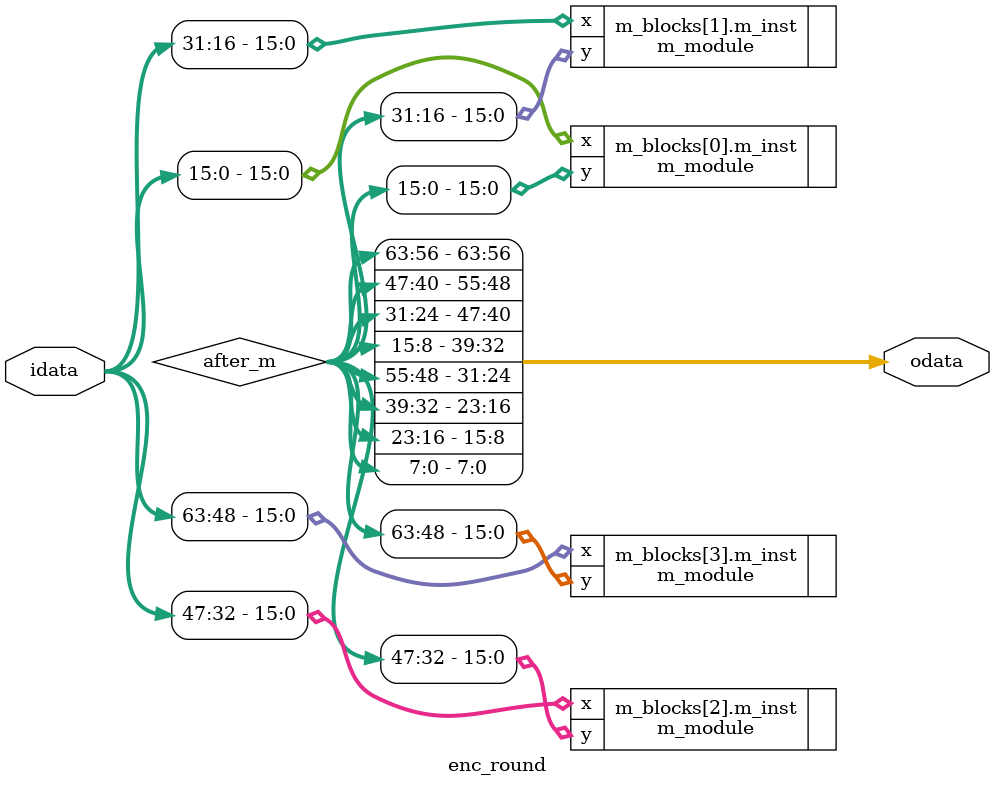
<source format=sv>
module enc_round (
  input  logic [63:0] idata,
  output logic [63:0] odata
);
  
  // 2. 4 экземпляра M-функции (каждая на 16 бит)
  logic [63:0] after_m;
  
  genvar i;
  generate
    for (i = 0; i < 4; i++) begin : m_blocks
      m_module m_inst (
        .x (idata[i*16 +: 16]),    // 16 бит
        .y (after_m[i*16 +: 16])       // 16 бит результата
      );
    end
  endgenerate
  
  // 3. Перестановка байтов (64-битная)
  // r63..56||r47..40||r31..24||r15..8||r55..48||r39..32||r23..16||r7..0
  assign odata = {
    after_m[63:56],   // байт 7
    after_m[47:40],   // байт 5
    after_m[31:24],   // байт 3
    after_m[15:8],    // байт 1
    after_m[55:48],   // байт 6
    after_m[39:32],   // байт 4
    after_m[23:16],   // байт 2
    after_m[7:0]      // байт 0
  };

endmodule

</source>
